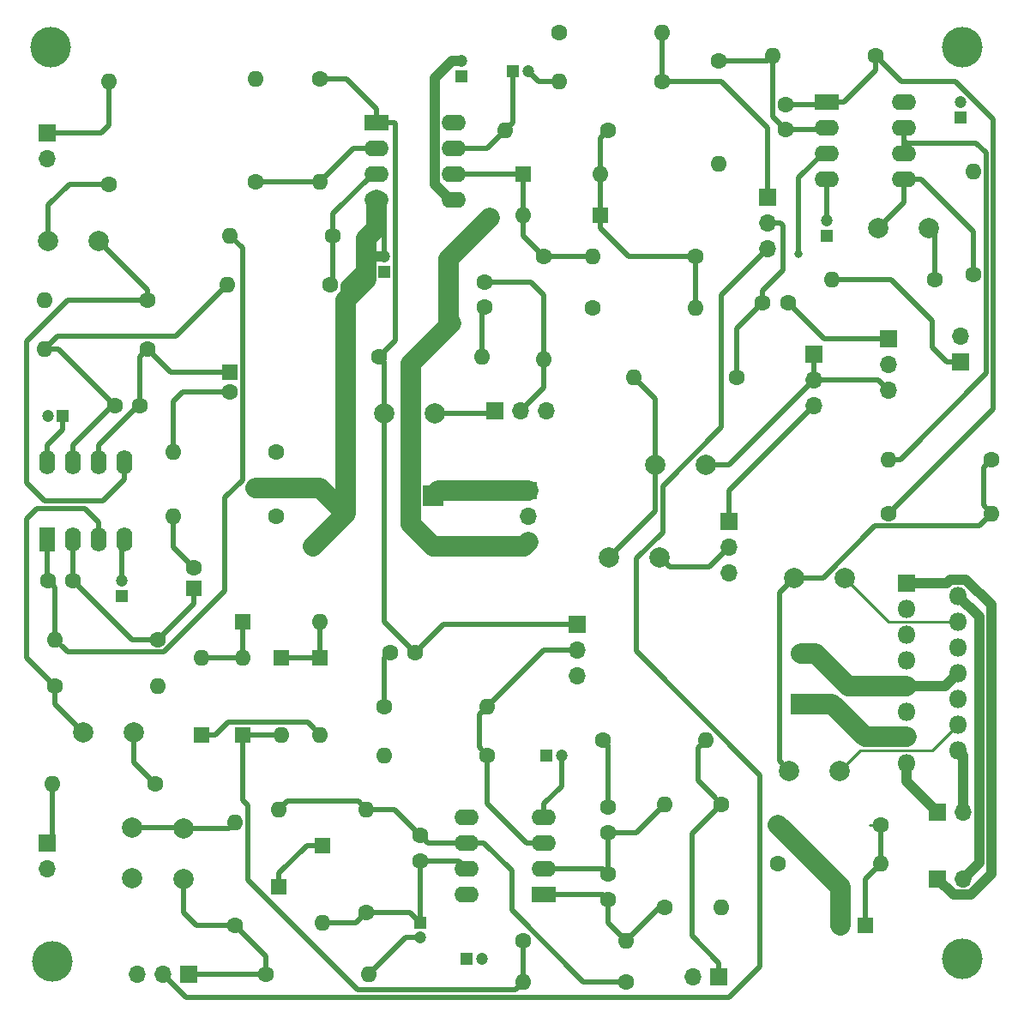
<source format=gtl>
G04 #@! TF.GenerationSoftware,KiCad,Pcbnew,5.1.5-5.1.5*
G04 #@! TF.CreationDate,2020-01-01T13:04:27+01:00*
G04 #@! TF.ProjectId,E-Guitar-Amp,452d4775-6974-4617-922d-416d702e6b69,rev?*
G04 #@! TF.SameCoordinates,Original*
G04 #@! TF.FileFunction,Copper,L1,Top*
G04 #@! TF.FilePolarity,Positive*
%FSLAX46Y46*%
G04 Gerber Fmt 4.6, Leading zero omitted, Abs format (unit mm)*
G04 Created by KiCad (PCBNEW 5.1.5-5.1.5) date 2020-01-01 13:04:27*
%MOMM*%
%LPD*%
G04 APERTURE LIST*
%ADD10C,1.600000*%
%ADD11R,2.400000X1.600000*%
%ADD12O,2.400000X1.600000*%
%ADD13R,1.800000X1.800000*%
%ADD14O,1.800000X1.800000*%
%ADD15R,1.600000X2.400000*%
%ADD16O,1.600000X2.400000*%
%ADD17O,1.600000X1.600000*%
%ADD18R,1.700000X1.700000*%
%ADD19O,1.700000X1.700000*%
%ADD20R,1.600000X1.600000*%
%ADD21C,2.000000*%
%ADD22R,1.200000X1.200000*%
%ADD23C,1.200000*%
%ADD24R,2.000000X2.000000*%
%ADD25C,4.000000*%
%ADD26C,0.800000*%
%ADD27C,0.500000*%
%ADD28C,2.000000*%
%ADD29C,1.000000*%
%ADD30C,0.250000*%
G04 APERTURE END LIST*
D10*
X161544000Y-130302000D03*
X161544000Y-127802000D03*
X195326000Y-75184000D03*
X197826000Y-75184000D03*
X133858000Y-85344000D03*
X131358000Y-85344000D03*
X127254000Y-102616000D03*
X124754000Y-102616000D03*
D11*
X173736000Y-133604000D03*
D12*
X166116000Y-125984000D03*
X173736000Y-131064000D03*
X166116000Y-128524000D03*
X173736000Y-128524000D03*
X166116000Y-131064000D03*
X173736000Y-125984000D03*
X166116000Y-133604000D03*
D13*
X209550000Y-102870000D03*
D14*
X214630000Y-104140000D03*
X209550000Y-105410000D03*
X214630000Y-106680000D03*
X209550000Y-107950000D03*
X214630000Y-109220000D03*
X209550000Y-110490000D03*
X214630000Y-111760000D03*
X209550000Y-113030000D03*
X214630000Y-114300000D03*
X209550000Y-115570000D03*
X214630000Y-116840000D03*
X209550000Y-118110000D03*
X214630000Y-119380000D03*
X209550000Y-120650000D03*
D11*
X201676000Y-55372000D03*
D12*
X209296000Y-62992000D03*
X201676000Y-57912000D03*
X209296000Y-60452000D03*
X201676000Y-60452000D03*
X209296000Y-57912000D03*
X201676000Y-62992000D03*
X209296000Y-55372000D03*
D11*
X157226000Y-57404000D03*
D12*
X164846000Y-65024000D03*
X157226000Y-59944000D03*
X164846000Y-62484000D03*
X157226000Y-62484000D03*
X164846000Y-59944000D03*
X157226000Y-65024000D03*
X164846000Y-57404000D03*
D15*
X124714000Y-98552000D03*
D16*
X132334000Y-90932000D03*
X127254000Y-98552000D03*
X129794000Y-90932000D03*
X129794000Y-98552000D03*
X127254000Y-90932000D03*
X132334000Y-98552000D03*
X124714000Y-90932000D03*
D10*
X207010000Y-126746000D03*
D17*
X196850000Y-126746000D03*
D10*
X196850000Y-130556000D03*
D17*
X207010000Y-130556000D03*
D10*
X175260000Y-48514000D03*
D17*
X185420000Y-48514000D03*
D10*
X217932000Y-90678000D03*
D17*
X207772000Y-90678000D03*
D10*
X207772000Y-96012000D03*
D17*
X217932000Y-96012000D03*
D10*
X185420000Y-53340000D03*
D17*
X175260000Y-53340000D03*
D10*
X191008000Y-51308000D03*
D17*
X191008000Y-61468000D03*
D10*
X206502000Y-50800000D03*
D17*
X196342000Y-50800000D03*
D10*
X180086000Y-58166000D03*
D17*
X169926000Y-58166000D03*
D10*
X178562000Y-75692000D03*
D17*
X188722000Y-75692000D03*
D10*
X216154000Y-72390000D03*
D17*
X216154000Y-62230000D03*
D10*
X188722000Y-70612000D03*
D17*
X178562000Y-70612000D03*
D10*
X212344000Y-72898000D03*
D17*
X202184000Y-72898000D03*
D10*
X173736000Y-70612000D03*
D17*
X173736000Y-80772000D03*
D10*
X143256000Y-136652000D03*
D17*
X143256000Y-126492000D03*
D10*
X192786000Y-82550000D03*
D17*
X182626000Y-82550000D03*
D10*
X146304000Y-141478000D03*
D17*
X156464000Y-141478000D03*
D10*
X157480000Y-80518000D03*
D17*
X167640000Y-80518000D03*
D10*
X156210000Y-135382000D03*
D17*
X156210000Y-125222000D03*
D10*
X145288000Y-63246000D03*
D17*
X145288000Y-53086000D03*
D10*
X151638000Y-53086000D03*
D17*
X151638000Y-63246000D03*
D10*
X181864000Y-142240000D03*
D17*
X171704000Y-142240000D03*
D10*
X152654000Y-73406000D03*
D17*
X142494000Y-73406000D03*
D10*
X152908000Y-68580000D03*
D17*
X142748000Y-68580000D03*
D10*
X171704000Y-138176000D03*
D17*
X181864000Y-138176000D03*
D10*
X147320000Y-89916000D03*
D17*
X137160000Y-89916000D03*
D10*
X134620000Y-79756000D03*
D17*
X124460000Y-79756000D03*
D10*
X147320000Y-96266000D03*
D17*
X137160000Y-96266000D03*
D10*
X135636000Y-108458000D03*
D17*
X125476000Y-108458000D03*
D10*
X191262000Y-124714000D03*
D17*
X191262000Y-134874000D03*
D10*
X179578000Y-118364000D03*
D17*
X189738000Y-118364000D03*
D10*
X185674000Y-134874000D03*
D17*
X185674000Y-124714000D03*
D10*
X134620000Y-74930000D03*
D17*
X124460000Y-74930000D03*
D10*
X125476000Y-113030000D03*
D17*
X135636000Y-113030000D03*
D10*
X168148000Y-119888000D03*
D17*
X157988000Y-119888000D03*
D10*
X157988000Y-115062000D03*
D17*
X168148000Y-115062000D03*
D10*
X130810000Y-63500000D03*
D17*
X130810000Y-53340000D03*
D10*
X135382000Y-122682000D03*
D17*
X125222000Y-122682000D03*
D18*
X212598000Y-125476000D03*
D19*
X215138000Y-125476000D03*
D18*
X212598000Y-132080000D03*
D19*
X215138000Y-132080000D03*
D18*
X192024000Y-96774000D03*
D19*
X192024000Y-99314000D03*
X192024000Y-101854000D03*
D18*
X200406000Y-80264000D03*
D19*
X200406000Y-82804000D03*
X200406000Y-85344000D03*
D18*
X207772000Y-78740000D03*
D19*
X207772000Y-81280000D03*
X207772000Y-83820000D03*
D18*
X138684000Y-141478000D03*
D19*
X136144000Y-141478000D03*
X133604000Y-141478000D03*
D18*
X214884000Y-81026000D03*
D19*
X214884000Y-78486000D03*
D18*
X195834000Y-64770000D03*
D19*
X195834000Y-67310000D03*
X195834000Y-69850000D03*
D18*
X168910000Y-85852000D03*
D19*
X171450000Y-85852000D03*
X173990000Y-85852000D03*
D18*
X172212000Y-93726000D03*
D19*
X172212000Y-96266000D03*
X172212000Y-98806000D03*
D18*
X191008000Y-141732000D03*
D19*
X188468000Y-141732000D03*
D18*
X177038000Y-106934000D03*
D19*
X177038000Y-109474000D03*
X177038000Y-112014000D03*
D18*
X124714000Y-58420000D03*
D19*
X124714000Y-60960000D03*
D18*
X124714000Y-128524000D03*
D19*
X124714000Y-131064000D03*
D20*
X171704000Y-62484000D03*
D17*
X179324000Y-62484000D03*
D20*
X179324000Y-66548000D03*
D17*
X171704000Y-66548000D03*
D20*
X151892000Y-128778000D03*
D17*
X151892000Y-136398000D03*
D20*
X147574000Y-132842000D03*
D17*
X147574000Y-125222000D03*
D20*
X151638000Y-110236000D03*
D17*
X151638000Y-117856000D03*
D20*
X147828000Y-110236000D03*
D17*
X147828000Y-117856000D03*
D20*
X144018000Y-106680000D03*
D17*
X151638000Y-106680000D03*
D20*
X139954000Y-117856000D03*
D17*
X139954000Y-110236000D03*
D20*
X144018000Y-117856000D03*
D17*
X144018000Y-110236000D03*
D20*
X205486000Y-136652000D03*
D10*
X202986000Y-136652000D03*
D21*
X202946000Y-121412000D03*
X197946000Y-121412000D03*
X203454000Y-102362000D03*
X198454000Y-102362000D03*
D10*
X197612000Y-55626000D03*
X197612000Y-58126000D03*
D22*
X170688000Y-52324000D03*
D23*
X172188000Y-52324000D03*
D21*
X206756000Y-67818000D03*
X211756000Y-67818000D03*
X138176000Y-132080000D03*
X138176000Y-127080000D03*
X185166000Y-100330000D03*
X180166000Y-100330000D03*
X189738000Y-91186000D03*
X184738000Y-91186000D03*
X133096000Y-127000000D03*
X133096000Y-132000000D03*
D10*
X167894000Y-75652000D03*
X167894000Y-73152000D03*
D22*
X161544000Y-136398000D03*
D23*
X161544000Y-137898000D03*
D21*
X157988000Y-86106000D03*
X162988000Y-86106000D03*
D24*
X199136000Y-114808000D03*
D21*
X199136000Y-109808000D03*
D10*
X180086000Y-134112000D03*
X180086000Y-131612000D03*
D20*
X142748000Y-82042000D03*
D10*
X142748000Y-84042000D03*
D20*
X139192000Y-103378000D03*
D10*
X139192000Y-101378000D03*
X180086000Y-127508000D03*
X180086000Y-125008000D03*
D22*
X201676000Y-68580000D03*
D23*
X201676000Y-67080000D03*
D22*
X214884000Y-56896000D03*
D23*
X214884000Y-55396000D03*
D22*
X157988000Y-72136000D03*
D23*
X157988000Y-70636000D03*
D22*
X165608000Y-52832000D03*
D23*
X165608000Y-51332000D03*
D21*
X129794000Y-69088000D03*
X124794000Y-69088000D03*
X128270000Y-117602000D03*
X133270000Y-117602000D03*
D22*
X173990000Y-119888000D03*
D23*
X175490000Y-119888000D03*
D22*
X166116000Y-139954000D03*
D23*
X167616000Y-139954000D03*
D10*
X161036000Y-109728000D03*
X158536000Y-109728000D03*
D22*
X132080000Y-104140000D03*
D23*
X132080000Y-102640000D03*
D22*
X126238000Y-86360000D03*
D23*
X124738000Y-86360000D03*
D24*
X162814000Y-94234000D03*
D21*
X162814000Y-99234000D03*
D25*
X125000000Y-50000000D03*
X125222000Y-140208000D03*
X215000000Y-140000000D03*
X215000000Y-50000000D03*
D26*
X150956000Y-99234000D03*
X145288000Y-93472000D03*
X168402000Y-66802000D03*
X164338000Y-77470000D03*
X154178000Y-82550000D03*
X198882000Y-70358000D03*
D27*
X126238000Y-87708000D02*
X126238000Y-86360000D01*
X124714000Y-90932000D02*
X124714000Y-89232000D01*
X124714000Y-89232000D02*
X126238000Y-87708000D01*
D28*
X163322000Y-93726000D02*
X162814000Y-94234000D01*
X172212000Y-93726000D02*
X163322000Y-93726000D01*
X205427989Y-118099989D02*
X209550000Y-118099989D01*
X199136000Y-114808000D02*
X202136000Y-114808000D01*
X202136000Y-114808000D02*
X205427989Y-118099989D01*
D27*
X132080000Y-98806000D02*
X132334000Y-98552000D01*
X132080000Y-102640000D02*
X132080000Y-98806000D01*
X175490000Y-120736528D02*
X175490000Y-119888000D01*
X175490000Y-122930000D02*
X175490000Y-120736528D01*
X173736000Y-124684000D02*
X175490000Y-122930000D01*
X173736000Y-125984000D02*
X173736000Y-124684000D01*
D29*
X213360000Y-113030000D02*
X214630000Y-111760000D01*
X209550000Y-113030000D02*
X213360000Y-113030000D01*
D27*
X201676000Y-67080000D02*
X201676000Y-62992000D01*
X157988000Y-65786000D02*
X157226000Y-65024000D01*
X157988000Y-70636000D02*
X157988000Y-65786000D01*
D29*
X157027998Y-70636000D02*
X154154001Y-73509997D01*
X154154001Y-73509997D02*
X154154001Y-96035999D01*
X157988000Y-70636000D02*
X157027998Y-70636000D01*
D28*
X171784000Y-99234000D02*
X172212000Y-98806000D01*
X162814000Y-99234000D02*
X171784000Y-99234000D01*
X160613999Y-81194001D02*
X164592000Y-77216000D01*
X160613999Y-97033999D02*
X160613999Y-81194001D01*
X162814000Y-99234000D02*
X160613999Y-97033999D01*
D29*
X164338000Y-70866000D02*
X164592000Y-77216000D01*
X164592000Y-77216000D02*
X164338000Y-77470000D01*
D28*
X164338000Y-70866000D02*
X168402000Y-66802000D01*
X164338000Y-77470000D02*
X164338000Y-70866000D01*
X150956000Y-99234000D02*
X154154001Y-96035999D01*
X157226000Y-67824000D02*
X157226000Y-65024000D01*
X156187999Y-72920001D02*
X156187999Y-68862001D01*
X154178000Y-74930000D02*
X156187999Y-72920001D01*
X154178000Y-96012000D02*
X154178000Y-74930000D01*
X156187999Y-68862001D02*
X157226000Y-67824000D01*
X154154001Y-96035999D02*
X154178000Y-96012000D01*
X151638000Y-93472000D02*
X154178000Y-96012000D01*
X145288000Y-93472000D02*
X151638000Y-93472000D01*
X202986000Y-132882000D02*
X196850000Y-126746000D01*
X202986000Y-136652000D02*
X202986000Y-132882000D01*
X208277208Y-113030000D02*
X209550000Y-113030000D01*
X203772213Y-113030000D02*
X208277208Y-113030000D01*
X200550213Y-109808000D02*
X203772213Y-113030000D01*
X199136000Y-109808000D02*
X200550213Y-109808000D01*
D27*
X150838001Y-117056001D02*
X151638000Y-117856000D01*
X141254000Y-117856000D02*
X142504001Y-116605999D01*
X150387999Y-116605999D02*
X150838001Y-117056001D01*
X142504001Y-116605999D02*
X150387999Y-116605999D01*
X139954000Y-117856000D02*
X141254000Y-117856000D01*
D29*
X164759472Y-51332000D02*
X165608000Y-51332000D01*
X162945990Y-53034008D02*
X164647998Y-51332000D01*
X164647998Y-51332000D02*
X164759472Y-51332000D01*
X162945990Y-63523990D02*
X162945990Y-53034008D01*
X164446000Y-65024000D02*
X162945990Y-63523990D01*
X164846000Y-65024000D02*
X164446000Y-65024000D01*
D27*
X163830000Y-106934000D02*
X177038000Y-106934000D01*
X161036000Y-109728000D02*
X163830000Y-106934000D01*
X152769370Y-53086000D02*
X151638000Y-53086000D01*
X154208000Y-53086000D02*
X152769370Y-53086000D01*
X157226000Y-56104000D02*
X154208000Y-53086000D01*
X157226000Y-57404000D02*
X157226000Y-56104000D01*
X159038001Y-57516001D02*
X158926000Y-57404000D01*
X159038001Y-78959999D02*
X159038001Y-57516001D01*
X158926000Y-57404000D02*
X157226000Y-57404000D01*
X157480000Y-80518000D02*
X159038001Y-78959999D01*
X157988000Y-81026000D02*
X157480000Y-80518000D01*
X157988000Y-86106000D02*
X157988000Y-81026000D01*
X157988000Y-106680000D02*
X157988000Y-86106000D01*
X161036000Y-109728000D02*
X157988000Y-106680000D01*
X157988000Y-110276000D02*
X158536000Y-109728000D01*
X157988000Y-115062000D02*
X157988000Y-110276000D01*
X125476000Y-114808000D02*
X125476000Y-113030000D01*
X128270000Y-117602000D02*
X125476000Y-114808000D01*
X129794000Y-96852000D02*
X128446000Y-95504000D01*
X129794000Y-98552000D02*
X129794000Y-96852000D01*
X128446000Y-95504000D02*
X123698000Y-95504000D01*
X123698000Y-95504000D02*
X122682000Y-96520000D01*
X122682000Y-110236000D02*
X125476000Y-113030000D01*
X122682000Y-96520000D02*
X122682000Y-110236000D01*
X133270000Y-120570000D02*
X135382000Y-122682000D01*
X133270000Y-117602000D02*
X133270000Y-120570000D01*
X134620000Y-73914000D02*
X134620000Y-74930000D01*
X129794000Y-69088000D02*
X134620000Y-73914000D01*
X134620000Y-74930000D02*
X126746000Y-74930000D01*
X126746000Y-74930000D02*
X122682000Y-78994000D01*
X122682000Y-92964000D02*
X124460000Y-94742000D01*
X122682000Y-78994000D02*
X122682000Y-92964000D01*
X132334000Y-92632000D02*
X132334000Y-90932000D01*
X130224000Y-94742000D02*
X132334000Y-92632000D01*
X124460000Y-94742000D02*
X130224000Y-94742000D01*
X124794000Y-69088000D02*
X124794000Y-65579000D01*
X126873000Y-63500000D02*
X130810000Y-63500000D01*
X124794000Y-65579000D02*
X126873000Y-63500000D01*
X179538000Y-131064000D02*
X180086000Y-131612000D01*
X173736000Y-131064000D02*
X179538000Y-131064000D01*
X180086000Y-131612000D02*
X180086000Y-127508000D01*
X182880000Y-127508000D02*
X185674000Y-124714000D01*
X180086000Y-127508000D02*
X182880000Y-127508000D01*
X180086000Y-118872000D02*
X179578000Y-118364000D01*
X180086000Y-125008000D02*
X180086000Y-118872000D01*
X127254000Y-102616000D02*
X127254000Y-98552000D01*
X133096000Y-108458000D02*
X135636000Y-108458000D01*
X127254000Y-102616000D02*
X133096000Y-108458000D01*
X139192000Y-104902000D02*
X139192000Y-103378000D01*
X135636000Y-108458000D02*
X139192000Y-104902000D01*
X137160000Y-99346000D02*
X137160000Y-96266000D01*
X139192000Y-101378000D02*
X137160000Y-99346000D01*
X133682000Y-85344000D02*
X133858000Y-85344000D01*
X129794000Y-89232000D02*
X133682000Y-85344000D01*
X129794000Y-90932000D02*
X129794000Y-89232000D01*
X133858000Y-80518000D02*
X134620000Y-79756000D01*
X133858000Y-85344000D02*
X133858000Y-80518000D01*
X136906000Y-82042000D02*
X142748000Y-82042000D01*
X134620000Y-79756000D02*
X136906000Y-82042000D01*
X142748000Y-84042000D02*
X138081000Y-84042000D01*
X137160000Y-84963000D02*
X137160000Y-89916000D01*
X138081000Y-84042000D02*
X137160000Y-84963000D01*
X179578000Y-133604000D02*
X180086000Y-134112000D01*
X173736000Y-133604000D02*
X179578000Y-133604000D01*
X180086000Y-136398000D02*
X181864000Y-138176000D01*
X180086000Y-134112000D02*
X180086000Y-136398000D01*
X185166000Y-134874000D02*
X185674000Y-134874000D01*
X181864000Y-138176000D02*
X185166000Y-134874000D01*
X124714000Y-102576000D02*
X124754000Y-102616000D01*
X124714000Y-98552000D02*
X124714000Y-102576000D01*
X125476000Y-103338000D02*
X124754000Y-102616000D01*
X125476000Y-108458000D02*
X125476000Y-103338000D01*
X142748000Y-68580000D02*
X143998001Y-69830001D01*
X143998001Y-92711376D02*
X142240000Y-94469377D01*
X143998001Y-69830001D02*
X143998001Y-92711376D01*
X136236001Y-109708001D02*
X126726001Y-109708001D01*
X142240000Y-103704002D02*
X136236001Y-109708001D01*
X126275999Y-109257999D02*
X125476000Y-108458000D01*
X126726001Y-109708001D02*
X126275999Y-109257999D01*
X142240000Y-94469377D02*
X142240000Y-103704002D01*
X125770000Y-79756000D02*
X131358000Y-85344000D01*
X124460000Y-79756000D02*
X125770000Y-79756000D01*
X131142000Y-85344000D02*
X131358000Y-85344000D01*
X127254000Y-89232000D02*
X131142000Y-85344000D01*
X127254000Y-90932000D02*
X127254000Y-89232000D01*
X125710001Y-78505999D02*
X137394001Y-78505999D01*
X141694001Y-74205999D02*
X142494000Y-73406000D01*
X137394001Y-78505999D02*
X141694001Y-74205999D01*
X124460000Y-79756000D02*
X125710001Y-78505999D01*
X155194000Y-136398000D02*
X156210000Y-135382000D01*
X151892000Y-136398000D02*
X155194000Y-136398000D01*
X160528000Y-135382000D02*
X161544000Y-136398000D01*
X156210000Y-135382000D02*
X160528000Y-135382000D01*
X161544000Y-135298000D02*
X161544000Y-130302000D01*
X161544000Y-136398000D02*
X161544000Y-135298000D01*
X165354000Y-130302000D02*
X166116000Y-131064000D01*
X161544000Y-130302000D02*
X165354000Y-130302000D01*
X155410001Y-124422001D02*
X156210000Y-125222000D01*
X148373999Y-124422001D02*
X155410001Y-124422001D01*
X147574000Y-125222000D02*
X148373999Y-124422001D01*
X162266000Y-128524000D02*
X161544000Y-127802000D01*
X166116000Y-128524000D02*
X162266000Y-128524000D01*
X158964000Y-125222000D02*
X161544000Y-127802000D01*
X156210000Y-125222000D02*
X158964000Y-125222000D01*
X167816000Y-128524000D02*
X170561000Y-131269000D01*
X166116000Y-128524000D02*
X167816000Y-128524000D01*
X177618002Y-142240000D02*
X180732630Y-142240000D01*
X180732630Y-142240000D02*
X181864000Y-142240000D01*
X170561000Y-135182998D02*
X177618002Y-142240000D01*
X170561000Y-131269000D02*
X170561000Y-135182998D01*
X168656000Y-86106000D02*
X168910000Y-85852000D01*
X162988000Y-86106000D02*
X168656000Y-86106000D01*
X160044000Y-137898000D02*
X161544000Y-137898000D01*
X156464000Y-141478000D02*
X160044000Y-137898000D01*
X167640000Y-75906000D02*
X167894000Y-75652000D01*
X167640000Y-80518000D02*
X167640000Y-75906000D01*
X173736000Y-83566000D02*
X173736000Y-80772000D01*
X171450000Y-85852000D02*
X173736000Y-83566000D01*
X167894000Y-73152000D02*
X172466000Y-73152000D01*
X173736000Y-74422000D02*
X173736000Y-80772000D01*
X172466000Y-73152000D02*
X173736000Y-74422000D01*
X138096000Y-127000000D02*
X138176000Y-127080000D01*
X133096000Y-127000000D02*
X138096000Y-127000000D01*
X142668000Y-127080000D02*
X143256000Y-126492000D01*
X138176000Y-127080000D02*
X142668000Y-127080000D01*
X192024000Y-91186000D02*
X200406000Y-82804000D01*
X189738000Y-91186000D02*
X192024000Y-91186000D01*
X200406000Y-82804000D02*
X200406000Y-80264000D01*
X206756000Y-82804000D02*
X207772000Y-83820000D01*
X200406000Y-82804000D02*
X206756000Y-82804000D01*
X184738000Y-95758000D02*
X180166000Y-100330000D01*
X184738000Y-91186000D02*
X184738000Y-95758000D01*
X184738000Y-84662000D02*
X182626000Y-82550000D01*
X184738000Y-91186000D02*
X184738000Y-84662000D01*
X191174001Y-100163999D02*
X192024000Y-99314000D01*
X190008001Y-101329999D02*
X191174001Y-100163999D01*
X186165999Y-101329999D02*
X190008001Y-101329999D01*
X185166000Y-100330000D02*
X186165999Y-101329999D01*
X146304000Y-139700000D02*
X146304000Y-141478000D01*
X143256000Y-136652000D02*
X146304000Y-139700000D01*
X140034000Y-141478000D02*
X146304000Y-141478000D01*
X138684000Y-141478000D02*
X140034000Y-141478000D01*
X143256000Y-136652000D02*
X139446000Y-136652000D01*
X138176000Y-135382000D02*
X138176000Y-132080000D01*
X139446000Y-136652000D02*
X138176000Y-135382000D01*
X192786000Y-77724000D02*
X195326000Y-75184000D01*
X192786000Y-82550000D02*
X192786000Y-77724000D01*
X197358000Y-72020630D02*
X197358000Y-67631919D01*
X197036081Y-67310000D02*
X195834000Y-67310000D01*
X195326000Y-74052630D02*
X197358000Y-72020630D01*
X197358000Y-67631919D02*
X197036081Y-67310000D01*
X195326000Y-75184000D02*
X195326000Y-74052630D01*
X201382000Y-78740000D02*
X207772000Y-78740000D01*
X197826000Y-75184000D02*
X201382000Y-78740000D01*
X209296000Y-65278000D02*
X209296000Y-62992000D01*
X206756000Y-67818000D02*
X209296000Y-65278000D01*
X210996000Y-62992000D02*
X209296000Y-62992000D01*
X216154000Y-68150000D02*
X210996000Y-62992000D01*
X216154000Y-72390000D02*
X216154000Y-68150000D01*
X212344000Y-68406000D02*
X211756000Y-67818000D01*
X212344000Y-72898000D02*
X212344000Y-68406000D01*
X170688000Y-57404000D02*
X169926000Y-58166000D01*
X170688000Y-52324000D02*
X170688000Y-57404000D01*
X168148000Y-59944000D02*
X164846000Y-59944000D01*
X169926000Y-58166000D02*
X168148000Y-59944000D01*
X173204000Y-53340000D02*
X172188000Y-52324000D01*
X175260000Y-53340000D02*
X173204000Y-53340000D01*
X201422000Y-55626000D02*
X201676000Y-55372000D01*
X197612000Y-55626000D02*
X201422000Y-55626000D01*
X206502000Y-52246000D02*
X206502000Y-51931370D01*
X203376000Y-55372000D02*
X206502000Y-52246000D01*
X206502000Y-51931370D02*
X206502000Y-50800000D01*
X201676000Y-55372000D02*
X203376000Y-55372000D01*
X218104011Y-57062009D02*
X214382002Y-53340000D01*
X207772000Y-96012000D02*
X218104011Y-85679989D01*
X218104011Y-85679989D02*
X218104011Y-57062009D01*
X209042000Y-53340000D02*
X206502000Y-50800000D01*
X214382002Y-53340000D02*
X209042000Y-53340000D01*
X201462000Y-58126000D02*
X201676000Y-57912000D01*
X197612000Y-58126000D02*
X201462000Y-58126000D01*
X196342000Y-56856000D02*
X196342000Y-50800000D01*
X197612000Y-58126000D02*
X196342000Y-56856000D01*
X195834000Y-51308000D02*
X196342000Y-50800000D01*
X191008000Y-51308000D02*
X195834000Y-51308000D01*
D30*
X207772000Y-106680000D02*
X214630000Y-106680000D01*
X203454000Y-102362000D02*
X207772000Y-106680000D01*
D27*
X217132001Y-96811999D02*
X217932000Y-96012000D01*
X216681999Y-97262001D02*
X217132001Y-96811999D01*
X201307998Y-102362000D02*
X206407997Y-97262001D01*
X206407997Y-97262001D02*
X216681999Y-97262001D01*
X198454000Y-102362000D02*
X201307998Y-102362000D01*
X196946001Y-103869999D02*
X197454001Y-103361999D01*
X197454001Y-103361999D02*
X198454000Y-102362000D01*
X196946001Y-120412001D02*
X196946001Y-103869999D01*
X197946000Y-121412000D02*
X196946001Y-120412001D01*
X217132001Y-95212001D02*
X217932000Y-96012000D01*
X217132001Y-91477999D02*
X217132001Y-95212001D01*
X217932000Y-90678000D02*
X217132001Y-91477999D01*
D30*
X212045001Y-119424999D02*
X213730001Y-117739999D01*
X204933001Y-119424999D02*
X212045001Y-119424999D01*
X213730001Y-117739999D02*
X214630000Y-116840000D01*
X202946000Y-121412000D02*
X204933001Y-119424999D01*
D27*
X205486000Y-132080000D02*
X207010000Y-130556000D01*
X205486000Y-136652000D02*
X205486000Y-132080000D01*
X207010000Y-130556000D02*
X207010000Y-126746000D01*
D30*
X207010000Y-126746000D02*
X205878630Y-126746000D01*
D27*
X171704000Y-142240000D02*
X171704000Y-138176000D01*
X144018000Y-117856000D02*
X147828000Y-117856000D01*
X144506001Y-132184003D02*
X144506001Y-124818003D01*
X155361997Y-143039999D02*
X144506001Y-132184003D01*
X170904001Y-143039999D02*
X155361997Y-143039999D01*
X171704000Y-142240000D02*
X170904001Y-143039999D01*
X144018000Y-124330002D02*
X144018000Y-117856000D01*
X144506001Y-124818003D02*
X144018000Y-124330002D01*
X144018000Y-110236000D02*
X144018000Y-106680000D01*
X139954000Y-110236000D02*
X144018000Y-110236000D01*
X151638000Y-106680000D02*
X151638000Y-110236000D01*
X151638000Y-110236000D02*
X147828000Y-110236000D01*
X150592000Y-128778000D02*
X151892000Y-128778000D01*
X150338000Y-128778000D02*
X150592000Y-128778000D01*
X147574000Y-131542000D02*
X150338000Y-128778000D01*
X147574000Y-132842000D02*
X147574000Y-131542000D01*
X188722000Y-74560630D02*
X188722000Y-70612000D01*
X188722000Y-75692000D02*
X188722000Y-74560630D01*
X179324000Y-67848000D02*
X179324000Y-66548000D01*
X182088000Y-70612000D02*
X179324000Y-67848000D01*
X188722000Y-70612000D02*
X182088000Y-70612000D01*
X179324000Y-66548000D02*
X179324000Y-62484000D01*
X179324000Y-58928000D02*
X180086000Y-58166000D01*
X179324000Y-62484000D02*
X179324000Y-58928000D01*
X164846000Y-62484000D02*
X171704000Y-62484000D01*
X171704000Y-62484000D02*
X171704000Y-66548000D01*
X171704000Y-68580000D02*
X173736000Y-70612000D01*
X171704000Y-66548000D02*
X171704000Y-68580000D01*
X173736000Y-70612000D02*
X178562000Y-70612000D01*
X125222000Y-128016000D02*
X124714000Y-128524000D01*
X125222000Y-122682000D02*
X125222000Y-128016000D01*
X130810000Y-57658000D02*
X130810000Y-53340000D01*
X124714000Y-58420000D02*
X130048000Y-58420000D01*
X130048000Y-58420000D02*
X130810000Y-57658000D01*
X168148000Y-124636000D02*
X168148000Y-121019370D01*
X168148000Y-121019370D02*
X168148000Y-119888000D01*
X172036000Y-128524000D02*
X168148000Y-124636000D01*
X173736000Y-128524000D02*
X172036000Y-128524000D01*
X167348001Y-115861999D02*
X168148000Y-115062000D01*
X167348001Y-119088001D02*
X167348001Y-115861999D01*
X168148000Y-119888000D02*
X167348001Y-119088001D01*
X173736000Y-109474000D02*
X177038000Y-109474000D01*
X168148000Y-115062000D02*
X173736000Y-109474000D01*
X190462001Y-123914001D02*
X191262000Y-124714000D01*
X188938001Y-122390001D02*
X190462001Y-123914001D01*
X188938001Y-119163999D02*
X188938001Y-122390001D01*
X189738000Y-118364000D02*
X188938001Y-119163999D01*
X188341000Y-127635000D02*
X191262000Y-124714000D01*
X188341000Y-137715000D02*
X188341000Y-127635000D01*
X191008000Y-141732000D02*
X191008000Y-140382000D01*
X191008000Y-140382000D02*
X188341000Y-137715000D01*
X185420000Y-48514000D02*
X185420000Y-53340000D01*
X195834000Y-57912000D02*
X195834000Y-64770000D01*
X185420000Y-53340000D02*
X191262000Y-53340000D01*
X191262000Y-53340000D02*
X195834000Y-57912000D01*
X138430000Y-143764000D02*
X136144000Y-141478000D01*
X192024000Y-143764000D02*
X138430000Y-143764000D01*
X192024000Y-143764000D02*
X195072000Y-140716000D01*
X195072000Y-140716000D02*
X195072000Y-121847998D01*
X195834000Y-69850000D02*
X191262000Y-74422000D01*
X182880000Y-100469998D02*
X182880000Y-109601000D01*
X185438010Y-97911988D02*
X182880000Y-100469998D01*
X185438010Y-93339988D02*
X185438010Y-97911988D01*
X191262000Y-87515998D02*
X185438010Y-93339988D01*
X191262000Y-74422000D02*
X191262000Y-87515998D01*
X195072000Y-121847998D02*
X182880000Y-109601000D01*
X214884000Y-81026000D02*
X213534000Y-81026000D01*
X213534000Y-81026000D02*
X212090000Y-79582000D01*
X212090000Y-79582000D02*
X212090000Y-76962000D01*
X208026000Y-72898000D02*
X202184000Y-72898000D01*
X212090000Y-76962000D02*
X208026000Y-72898000D01*
X201276000Y-60452000D02*
X198882000Y-62846000D01*
X201676000Y-60452000D02*
X201276000Y-60452000D01*
X198882000Y-62846000D02*
X198882000Y-70358000D01*
X192024000Y-93726000D02*
X192024000Y-96774000D01*
X200406000Y-85344000D02*
X192024000Y-93726000D01*
D29*
X214148001Y-133630001D02*
X212598000Y-132080000D01*
X217888011Y-131623991D02*
X215882001Y-133630001D01*
X217888011Y-105030009D02*
X217888011Y-131623991D01*
X215398001Y-102539999D02*
X217888011Y-105030009D01*
X213861999Y-102539999D02*
X215398001Y-102539999D01*
X215882001Y-133630001D02*
X214148001Y-133630001D01*
X213531998Y-102870000D02*
X213861999Y-102539999D01*
X209550000Y-102870000D02*
X213531998Y-102870000D01*
X215987999Y-131230001D02*
X215138000Y-132080000D01*
X216688001Y-130529999D02*
X215987999Y-131230001D01*
X216688001Y-106198001D02*
X216688001Y-130529999D01*
X214630000Y-104140000D02*
X216688001Y-106198001D01*
X209550000Y-122428000D02*
X212598000Y-125476000D01*
X209550000Y-120650000D02*
X209550000Y-122428000D01*
X215138000Y-119888000D02*
X214630000Y-119380000D01*
X215138000Y-125476000D02*
X215138000Y-119888000D01*
D27*
X152908000Y-67448630D02*
X152908000Y-68580000D01*
X152908000Y-66402000D02*
X152908000Y-67448630D01*
X156826000Y-62484000D02*
X152908000Y-66402000D01*
X157226000Y-62484000D02*
X156826000Y-62484000D01*
X152908000Y-73152000D02*
X152654000Y-73406000D01*
X152908000Y-68580000D02*
X152908000Y-73152000D01*
X154940000Y-59944000D02*
X151638000Y-63246000D01*
X157226000Y-59944000D02*
X154940000Y-59944000D01*
X150506630Y-63246000D02*
X145288000Y-63246000D01*
X151638000Y-63246000D02*
X150506630Y-63246000D01*
X209296000Y-57912000D02*
X209296000Y-60452000D01*
X217404001Y-82177369D02*
X217404001Y-60432001D01*
X207772000Y-90678000D02*
X208903370Y-90678000D01*
X208903370Y-90678000D02*
X217404001Y-82177369D01*
X217404001Y-60432001D02*
X216408000Y-59436000D01*
X209296000Y-59212000D02*
X209296000Y-57912000D01*
X209520000Y-59436000D02*
X209296000Y-59212000D01*
X216408000Y-59436000D02*
X209520000Y-59436000D01*
M02*

</source>
